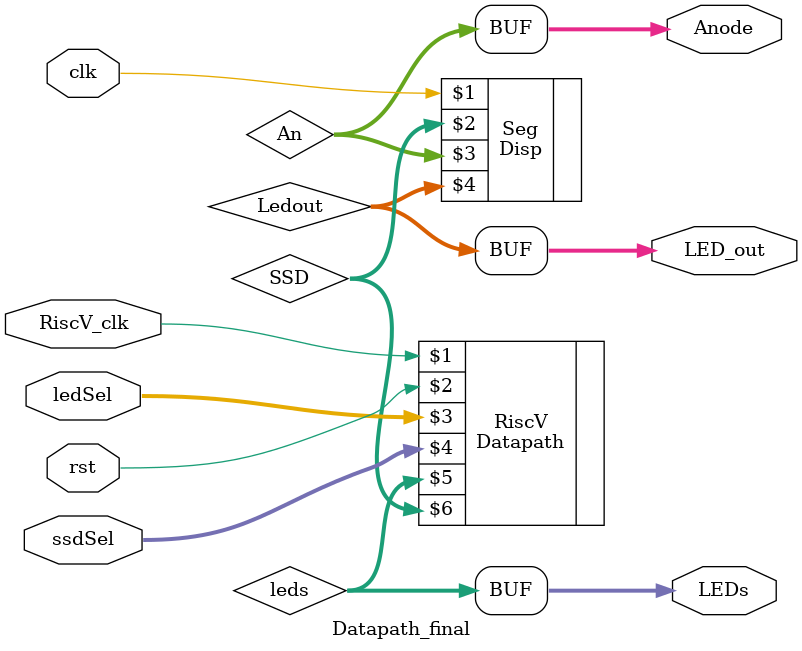
<source format=v>
`timescale 1ns / 1ps
`include "defines.vh"

/*******************************************************************
*
* Module: Datapath.v
* Project: Pipelined-RISCV
* Author1: Yahya Abbas.
* Email: yahya-abbas@aucegypt.edu
* Author2: Ali Ghazal.
* Email: AliGhazal@aucegypt.edu
* Author3: Omer Hassan.
* Email: omermosa@aucegypt.edu
* Description: Pipelined RISCV processor with support for RV32IC instructions that map to true 32I instructions
*              and support for the full RV32IM instruction set.
* Change history:
**********************************************************************/

module Datapath_final(
    input clk, 
    output reg [3:0] Anode, 
    output reg [6:0] LED_out ,
    input RiscV_clk, 
    input rst, 
    input [1:0] ledSel, 
    input [3:0] ssdSel, 
    output reg [15:0] LEDs);
wire [3:0] An; wire [6:0] Ledout;
wire[15:0] leds; wire [12:0] SSD;

Datapath RiscV(RiscV_clk,rst,ledSel,ssdSel,leds,SSD);
Disp Seg(clk,SSD,An,Ledout);

always @(*) begin 
    Anode=An;
    LED_out=Ledout;
    LEDs=leds;
end

endmodule

</source>
